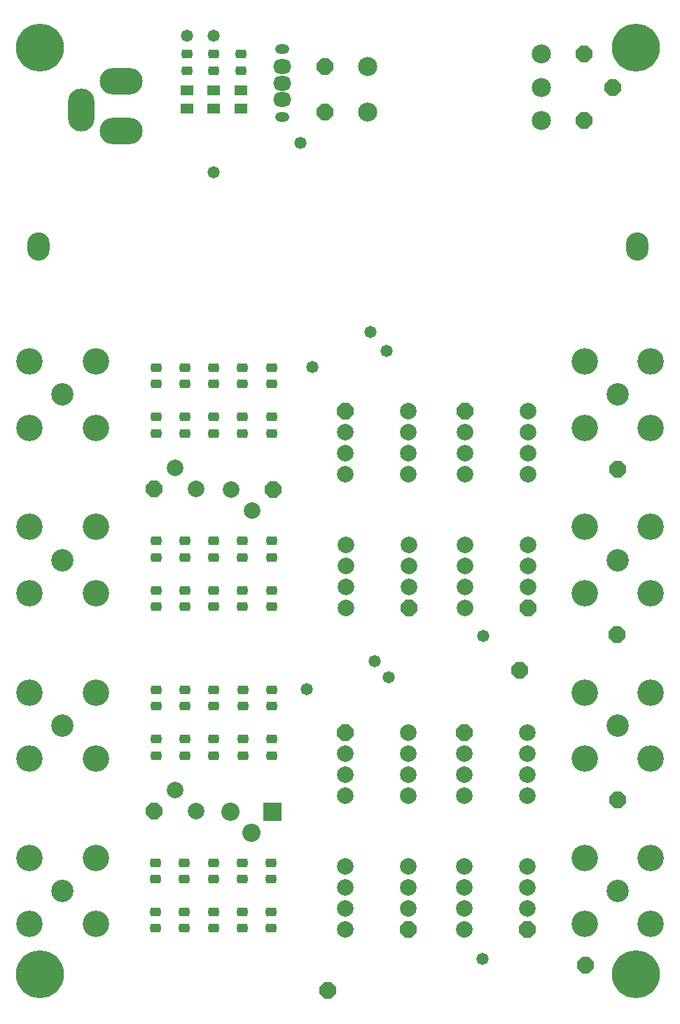
<source format=gts>
G04*
G04 #@! TF.GenerationSoftware,Altium Limited,Altium Designer,21.3.2 (30)*
G04*
G04 Layer_Color=8388736*
%FSTAX24Y24*%
%MOIN*%
G70*
G04*
G04 #@! TF.SameCoordinates,D50E3B47-D74C-4BCA-B3C4-33FD4FEC1BCA*
G04*
G04*
G04 #@! TF.FilePolarity,Negative*
G04*
G01*
G75*
%ADD20R,0.0592X0.0474*%
G04:AMPARAMS|DCode=21|XSize=43.3mil|YSize=51.2mil|CornerRadius=11.8mil|HoleSize=0mil|Usage=FLASHONLY|Rotation=90.000|XOffset=0mil|YOffset=0mil|HoleType=Round|Shape=RoundedRectangle|*
%AMROUNDEDRECTD21*
21,1,0.0433,0.0276,0,0,90.0*
21,1,0.0197,0.0512,0,0,90.0*
1,1,0.0236,0.0138,0.0098*
1,1,0.0236,0.0138,-0.0098*
1,1,0.0236,-0.0138,-0.0098*
1,1,0.0236,-0.0138,0.0098*
%
%ADD21ROUNDEDRECTD21*%
%ADD22O,0.1064X0.1340*%
%ADD23C,0.2283*%
%ADD24C,0.0789*%
%ADD25P,0.0854X8X22.5*%
%ADD26C,0.1064*%
%ADD27C,0.1261*%
%ADD28C,0.0867*%
%ADD29R,0.0867X0.0867*%
%ADD30C,0.0907*%
%ADD31O,0.0671X0.0474*%
%ADD32O,0.0867X0.0710*%
%ADD33O,0.1261X0.2049*%
%ADD34O,0.2049X0.1261*%
%ADD35C,0.0580*%
D20*
X018758Y050247D02*
D03*
Y049381D02*
D03*
X020037Y050247D02*
D03*
Y049381D02*
D03*
X021317Y049381D02*
D03*
Y050247D02*
D03*
D21*
X018758Y051192D02*
D03*
Y051979D02*
D03*
X020037Y051192D02*
D03*
Y051979D02*
D03*
X017279Y026469D02*
D03*
Y025682D02*
D03*
Y028813D02*
D03*
Y028026D02*
D03*
X018654D02*
D03*
Y028813D02*
D03*
Y025682D02*
D03*
Y026469D02*
D03*
X018654Y033932D02*
D03*
Y034719D02*
D03*
X020028Y026469D02*
D03*
Y025682D02*
D03*
Y028026D02*
D03*
Y028813D02*
D03*
X021403Y025682D02*
D03*
Y026469D02*
D03*
Y028026D02*
D03*
Y028813D02*
D03*
X021384Y011163D02*
D03*
Y010376D02*
D03*
X022759D02*
D03*
Y011163D02*
D03*
Y01272D02*
D03*
Y013507D02*
D03*
X022778Y025682D02*
D03*
Y026469D02*
D03*
Y028026D02*
D03*
Y028813D02*
D03*
X021411Y018599D02*
D03*
Y019387D02*
D03*
X022785Y018599D02*
D03*
Y019387D02*
D03*
X021411Y020943D02*
D03*
Y021731D02*
D03*
X022785Y020943D02*
D03*
Y021731D02*
D03*
X021403Y034719D02*
D03*
Y033932D02*
D03*
X022778D02*
D03*
Y034719D02*
D03*
X020028D02*
D03*
Y033932D02*
D03*
X017279Y034719D02*
D03*
Y033932D02*
D03*
X018654Y037063D02*
D03*
Y036276D02*
D03*
X020028D02*
D03*
Y037063D02*
D03*
X021403D02*
D03*
Y036276D02*
D03*
X022778Y037063D02*
D03*
Y036276D02*
D03*
X017279D02*
D03*
Y037063D02*
D03*
X01726Y010376D02*
D03*
Y011163D02*
D03*
Y01272D02*
D03*
Y013507D02*
D03*
X018635Y011163D02*
D03*
Y010376D02*
D03*
X017286Y019387D02*
D03*
Y018599D02*
D03*
X018635Y013507D02*
D03*
Y01272D02*
D03*
X020009Y010376D02*
D03*
Y011163D02*
D03*
Y013507D02*
D03*
Y01272D02*
D03*
X021384Y013507D02*
D03*
Y01272D02*
D03*
X018661Y018599D02*
D03*
Y019387D02*
D03*
X020036Y018599D02*
D03*
Y019387D02*
D03*
X017286Y021731D02*
D03*
Y020943D02*
D03*
X018661D02*
D03*
Y021731D02*
D03*
X020036D02*
D03*
Y020943D02*
D03*
X021317Y051979D02*
D03*
Y051192D02*
D03*
D22*
X040195Y042826D02*
D03*
X011691D02*
D03*
D23*
X040116Y00818D02*
D03*
X01177D02*
D03*
X040116Y052274D02*
D03*
X01177D02*
D03*
D24*
X034991Y034982D02*
D03*
Y033982D02*
D03*
Y032982D02*
D03*
Y031982D02*
D03*
X031991Y032982D02*
D03*
Y031982D02*
D03*
Y033982D02*
D03*
X026297Y010334D02*
D03*
Y011334D02*
D03*
Y012334D02*
D03*
Y013334D02*
D03*
X029297Y012334D02*
D03*
Y013334D02*
D03*
Y011334D02*
D03*
X018193Y016941D02*
D03*
X019193Y015941D02*
D03*
X026297Y018676D02*
D03*
Y016676D02*
D03*
Y017676D02*
D03*
X029297Y016676D02*
D03*
Y017676D02*
D03*
Y018676D02*
D03*
Y019676D02*
D03*
X029316Y02664D02*
D03*
Y02864D02*
D03*
Y02764D02*
D03*
X026316Y02864D02*
D03*
Y02764D02*
D03*
Y02664D02*
D03*
Y02564D02*
D03*
X034972Y011334D02*
D03*
Y013334D02*
D03*
Y012334D02*
D03*
X031972Y013334D02*
D03*
Y012334D02*
D03*
Y011334D02*
D03*
Y010334D02*
D03*
Y018676D02*
D03*
Y016676D02*
D03*
Y017676D02*
D03*
X034972Y016676D02*
D03*
Y017676D02*
D03*
Y018676D02*
D03*
Y019676D02*
D03*
X031991Y02564D02*
D03*
Y02664D02*
D03*
Y02764D02*
D03*
Y02864D02*
D03*
X034991Y02764D02*
D03*
Y02864D02*
D03*
Y02664D02*
D03*
X018186Y032274D02*
D03*
X019186Y031274D02*
D03*
X021846Y03026D02*
D03*
X020846Y03126D02*
D03*
X029277Y034982D02*
D03*
Y033982D02*
D03*
Y032982D02*
D03*
Y031982D02*
D03*
X026277Y032982D02*
D03*
Y031982D02*
D03*
Y033982D02*
D03*
D25*
X031991Y034982D02*
D03*
X029297Y010334D02*
D03*
X039033Y050404D02*
D03*
X039211Y024361D02*
D03*
X034604Y022648D02*
D03*
X03925Y032235D02*
D03*
Y016487D02*
D03*
X037715Y008613D02*
D03*
X025451Y007412D02*
D03*
X017193Y015941D02*
D03*
X026297Y019676D02*
D03*
X029316Y02564D02*
D03*
X034972Y010334D02*
D03*
X031972Y019676D02*
D03*
X034991Y02564D02*
D03*
X017186Y031274D02*
D03*
X022846Y03126D02*
D03*
X026277Y034982D02*
D03*
X025313Y049223D02*
D03*
X025313Y051389D02*
D03*
X037656Y051983D02*
D03*
Y048834D02*
D03*
D26*
X03925Y035778D02*
D03*
Y012156D02*
D03*
Y02003D02*
D03*
Y027904D02*
D03*
X012833Y012156D02*
D03*
Y02003D02*
D03*
Y027904D02*
D03*
Y035778D02*
D03*
D27*
X040825Y034204D02*
D03*
Y037353D02*
D03*
X037675D02*
D03*
Y034204D02*
D03*
Y010582D02*
D03*
Y013731D02*
D03*
X040825Y010582D02*
D03*
Y013731D02*
D03*
X037675Y018456D02*
D03*
Y021605D02*
D03*
X040825Y018456D02*
D03*
Y021605D02*
D03*
X037675Y02633D02*
D03*
Y029479D02*
D03*
X040825D02*
D03*
Y02633D02*
D03*
X014407Y013731D02*
D03*
Y010582D02*
D03*
X011258Y013731D02*
D03*
Y010582D02*
D03*
X014407Y021605D02*
D03*
Y018456D02*
D03*
X011258Y021605D02*
D03*
Y018456D02*
D03*
X014407Y029479D02*
D03*
Y02633D02*
D03*
X011258D02*
D03*
Y029479D02*
D03*
Y037353D02*
D03*
Y034204D02*
D03*
X014407D02*
D03*
Y037353D02*
D03*
D28*
X020809Y01594D02*
D03*
X021809Y01494D02*
D03*
D29*
X022809Y01594D02*
D03*
D30*
X035628Y051979D02*
D03*
X027341Y051389D02*
D03*
X02736Y049223D02*
D03*
X035628Y04883D02*
D03*
Y050404D02*
D03*
D31*
X023285Y048987D02*
D03*
Y052215D02*
D03*
D32*
Y049814D02*
D03*
Y050601D02*
D03*
Y051389D02*
D03*
D33*
X013719Y049322D02*
D03*
D34*
X015608Y0507D02*
D03*
Y048337D02*
D03*
D35*
X020037Y046369D02*
D03*
X024171Y047747D02*
D03*
X020037Y052865D02*
D03*
X018758D02*
D03*
X024467Y021747D02*
D03*
X032833Y008918D02*
D03*
X027675Y023076D02*
D03*
X028364Y022318D02*
D03*
X032852Y024286D02*
D03*
X028266Y037869D02*
D03*
X024722Y037082D02*
D03*
X027478Y038755D02*
D03*
M02*

</source>
